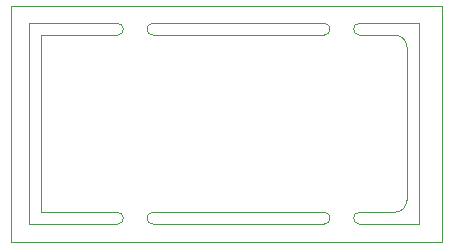
<source format=gbr>
G04 #@! TF.GenerationSoftware,KiCad,Pcbnew,6.0.7+dfsg-3*
G04 #@! TF.CreationDate,2022-10-18T10:37:57+08:00*
G04 #@! TF.ProjectId,stlink,73746c69-6e6b-42e6-9b69-6361645f7063,e*
G04 #@! TF.SameCoordinates,PX5ca1610PY6645a40*
G04 #@! TF.FileFunction,Profile,NP*
%FSLAX46Y46*%
G04 Gerber Fmt 4.6, Leading zero omitted, Abs format (unit mm)*
G04 Created by KiCad (PCBNEW 6.0.7+dfsg-3) date 2022-10-18 10:37:57*
%MOMM*%
%LPD*%
G01*
G04 APERTURE LIST*
G04 #@! TA.AperFunction,Profile*
%ADD10C,0.050000*%
G04 #@! TD*
G04 APERTURE END LIST*
D10*
X9370000Y27240000D02*
X45870000Y27240000D01*
X35870000Y9740000D02*
X21370000Y9740000D01*
X21370000Y8740000D02*
X35870000Y8740000D01*
X41870000Y9740000D02*
X38870000Y9740000D01*
X18370000Y8740000D02*
G75*
G03*
X18370000Y9740000I0J500000D01*
G01*
X21370000Y25740000D02*
G75*
G03*
X21370000Y24740000I0J-500000D01*
G01*
X9370000Y7240000D02*
X9370000Y27240000D01*
X21370000Y25740000D02*
X35870000Y25740000D01*
X35870000Y24740000D02*
X21370000Y24740000D01*
X10870000Y25740000D02*
X18370000Y25740000D01*
X11870000Y9740000D02*
X18370000Y9740000D01*
X41870000Y9740000D02*
G75*
G03*
X42870000Y10740000I0J1000000D01*
G01*
X38870000Y25740000D02*
G75*
G03*
X38870000Y24740000I0J-500000D01*
G01*
X21370000Y9740000D02*
G75*
G03*
X21370000Y8740000I0J-500000D01*
G01*
X38870000Y8740000D02*
X43870000Y8740000D01*
X42870000Y23740000D02*
G75*
G03*
X41870000Y24740000I-1000000J0D01*
G01*
X38870000Y24740000D02*
X41870000Y24740000D01*
X35870000Y24740000D02*
G75*
G03*
X35870000Y25740000I0J500000D01*
G01*
X45870000Y7240000D02*
X9370000Y7240000D01*
X35870000Y8740000D02*
G75*
G03*
X35870000Y9740000I0J500000D01*
G01*
X10870000Y8740000D02*
X10870000Y25740000D01*
X18370000Y24740000D02*
G75*
G03*
X18370000Y25740000I0J500000D01*
G01*
X38870000Y9740000D02*
G75*
G03*
X38870000Y8740000I0J-500000D01*
G01*
X43870000Y25740000D02*
X38870000Y25740000D01*
X43870000Y8740000D02*
X43870000Y25740000D01*
X11870000Y24740000D02*
X11870000Y9740000D01*
X18370000Y8740000D02*
X10870000Y8740000D01*
X18370000Y24740000D02*
X11870000Y24740000D01*
X45870000Y27240000D02*
X45870000Y7240000D01*
X42870000Y23740000D02*
X42870000Y10740000D01*
M02*

</source>
